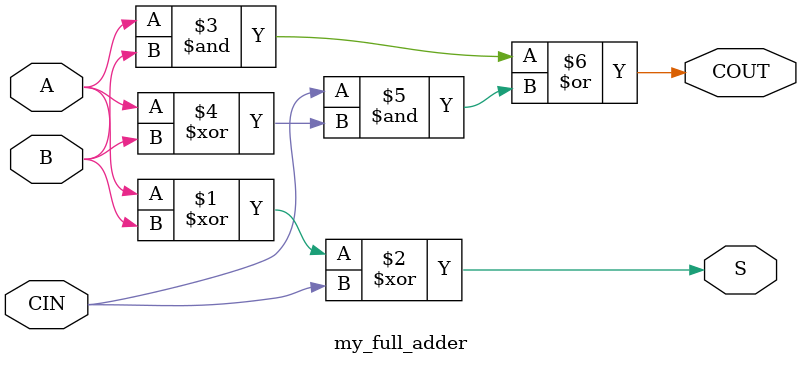
<source format=v>
`timescale 1ns / 1ps


module my_full_adder(
    input A,
    input B,
    input CIN,
    output S,
    output COUT
    );
    
    assign S = A ^ B ^ CIN;
    assign COUT = A & B | CIN & (A ^ B);
    
endmodule

</source>
